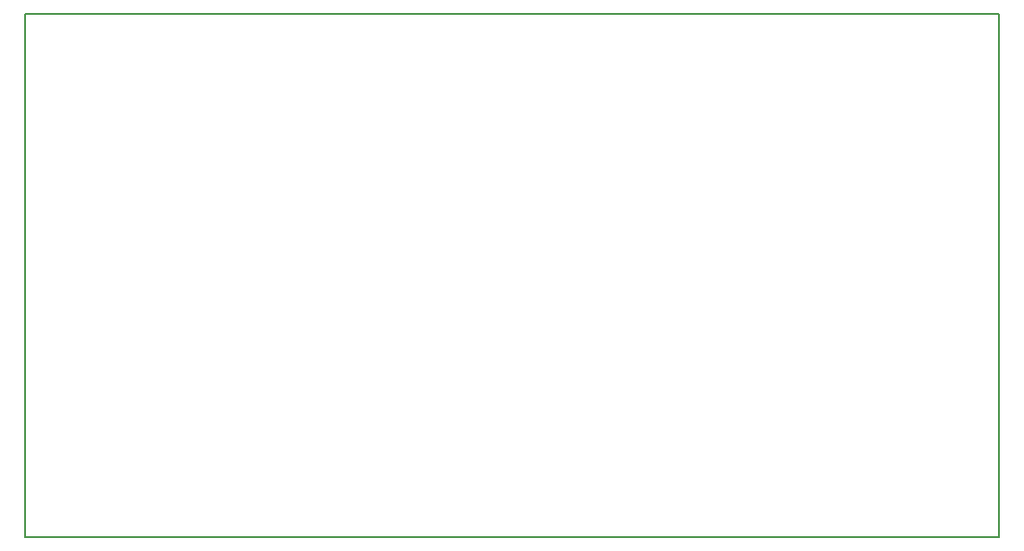
<source format=gm1>
G04 MADE WITH FRITZING*
G04 WWW.FRITZING.ORG*
G04 DOUBLE SIDED*
G04 HOLES PLATED*
G04 CONTOUR ON CENTER OF CONTOUR VECTOR*
%ASAXBY*%
%FSLAX23Y23*%
%MOIN*%
%OFA0B0*%
%SFA1.0B1.0*%
%ADD10R,3.501950X1.886960*%
%ADD11C,0.008000*%
%ADD10C,0.008*%
%LNCONTOUR*%
G90*
G70*
G54D10*
G54D11*
X4Y1883D02*
X3498Y1883D01*
X3498Y4D01*
X4Y4D01*
X4Y1883D01*
D02*
G04 End of contour*
M02*
</source>
